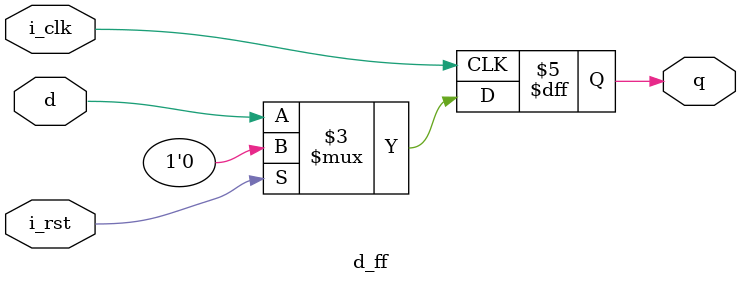
<source format=v>
module d_ff #(parameter WIDTH = 1, parameter RST_VAL = {WIDTH{1'b0}}) (
    input wire i_clk,
    input wire i_rst,
    input wire [WIDTH-1:0]  d,
    output reg [WIDTH-1:0] q
);
    always @(posedge i_clk) begin
        if (i_rst) q <= RST_VAL;
        else q <= d;
    end
endmodule
</source>
